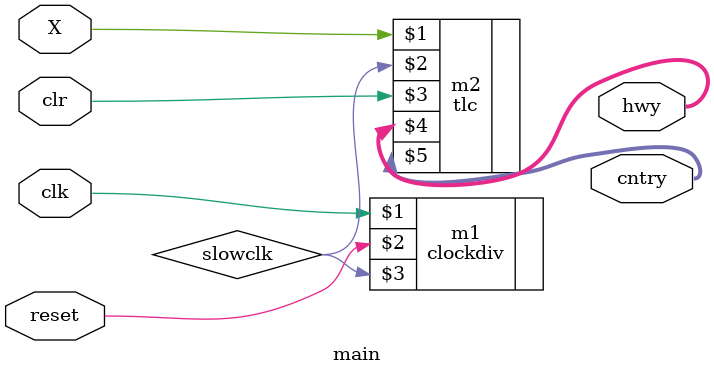
<source format=v>
`timescale 1ns / 1ps
module main(
input X,
    input clk,
    input clr,
	 input reset,
    output  [1:0] hwy,
    output  [1:0] cntry
    );
	 
	wire slowclk;
	clockdiv m1(clk,reset,slowclk);
	tlc m2(X,slowclk,clr,hwy,cntry); 



endmodule

</source>
